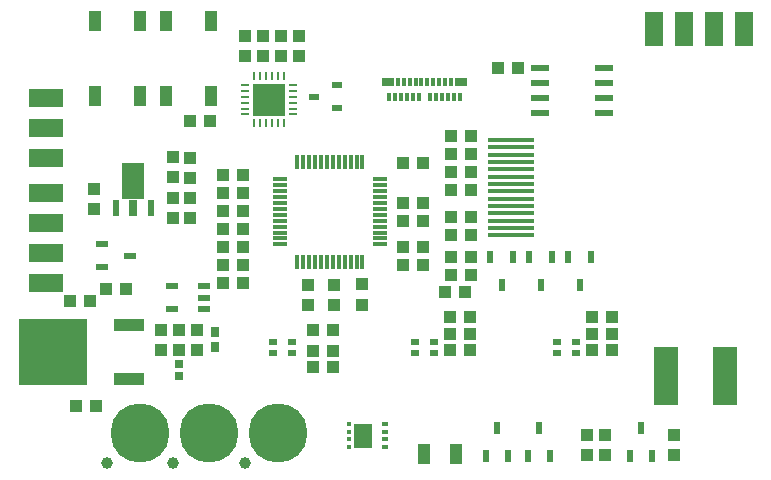
<source format=gbp>
G04*
G04 #@! TF.GenerationSoftware,Altium Limited,Altium Designer,20.1.12 (249)*
G04*
G04 Layer_Color=128*
%FSLAX25Y25*%
%MOIN*%
G70*
G04*
G04 #@! TF.SameCoordinates,5D91F948-5D34-48A5-82E7-886A0B8BAD73*
G04*
G04*
G04 #@! TF.FilePolarity,Positive*
G04*
G01*
G75*
%ADD17C,0.03937*%
%ADD19R,0.11811X0.05906*%
%ADD20R,0.04331X0.03937*%
%ADD21R,0.22835X0.22173*%
%ADD22R,0.10236X0.04173*%
%ADD23R,0.08268X0.19685*%
%ADD24R,0.02362X0.04134*%
%ADD25R,0.03150X0.01968*%
%ADD26R,0.01181X0.02756*%
%ADD27R,0.03937X0.04331*%
%ADD28R,0.04134X0.02362*%
%ADD29R,0.02500X0.02500*%
%ADD30R,0.02756X0.03543*%
%ADD31R,0.03937X0.02362*%
%ADD32R,0.04331X0.06693*%
%ADD35R,0.01181X0.01378*%
%ADD36R,0.02362X0.01378*%
%ADD37R,0.05906X0.02362*%
%ADD38R,0.03937X0.06693*%
%ADD39R,0.02165X0.05807*%
%ADD40R,0.03150X0.05807*%
%ADD41R,0.07284X0.12303*%
%ADD42R,0.03937X0.02756*%
%ADD43R,0.05906X0.11811*%
%ADD44C,0.19685*%
%ADD45R,0.03150X0.00984*%
%ADD46R,0.00984X0.03150*%
%ADD47R,0.10630X0.10630*%
%ADD48R,0.04724X0.01181*%
%ADD49R,0.01181X0.04724*%
%ADD50R,0.15748X0.01260*%
%ADD51R,0.03740X0.01968*%
%ADD89R,0.06221X0.08071*%
D17*
X78000Y5000D02*
D03*
X54000D02*
D03*
X32000D02*
D03*
D19*
X11500Y95000D02*
D03*
Y85000D02*
D03*
Y75000D02*
D03*
Y65000D02*
D03*
Y106500D02*
D03*
Y116500D02*
D03*
Y126500D02*
D03*
D20*
X146500Y73500D02*
D03*
X153193D02*
D03*
X146500Y67500D02*
D03*
X153193D02*
D03*
X144653Y62000D02*
D03*
X151347D02*
D03*
X21654Y24000D02*
D03*
X28346D02*
D03*
X26346Y59000D02*
D03*
X19654D02*
D03*
X153093Y42500D02*
D03*
X146400D02*
D03*
X200193Y48000D02*
D03*
X193500D02*
D03*
X200193Y42500D02*
D03*
X193500D02*
D03*
X200193Y53500D02*
D03*
X193500D02*
D03*
X153093D02*
D03*
X146400D02*
D03*
X153093Y48005D02*
D03*
X146400D02*
D03*
X107393Y49200D02*
D03*
X100700D02*
D03*
X107293Y36800D02*
D03*
X100600D02*
D03*
X107346Y42300D02*
D03*
X100654D02*
D03*
X77346Y71000D02*
D03*
X70653D02*
D03*
Y77000D02*
D03*
Y83000D02*
D03*
X38346Y63000D02*
D03*
X31653D02*
D03*
X77346Y65000D02*
D03*
X70653D02*
D03*
X162441Y136500D02*
D03*
X169134D02*
D03*
X130654Y91500D02*
D03*
X137346D02*
D03*
X130654Y85500D02*
D03*
X137346D02*
D03*
X130654Y71000D02*
D03*
X137346D02*
D03*
X77346Y95000D02*
D03*
X70653D02*
D03*
X70653Y101000D02*
D03*
X77346D02*
D03*
X137346Y105000D02*
D03*
X130654D02*
D03*
X137346Y77000D02*
D03*
X130654D02*
D03*
X59654Y119000D02*
D03*
X66347D02*
D03*
X70653Y89000D02*
D03*
X77346D02*
D03*
Y83000D02*
D03*
Y77000D02*
D03*
X153347Y102000D02*
D03*
X146653D02*
D03*
X153347Y96000D02*
D03*
X146653D02*
D03*
X146653Y114000D02*
D03*
X153347D02*
D03*
X146653Y108000D02*
D03*
X153347D02*
D03*
X146653Y87000D02*
D03*
X153347D02*
D03*
X153347Y81000D02*
D03*
X146653D02*
D03*
D21*
X13854Y42000D02*
D03*
D22*
X39445Y51016D02*
D03*
Y32984D02*
D03*
D23*
X237842Y33953D02*
D03*
X218157D02*
D03*
D24*
X163500Y64374D02*
D03*
X167240Y73626D02*
D03*
X159760D02*
D03*
X176500Y64374D02*
D03*
X180240Y73626D02*
D03*
X172760D02*
D03*
X189500Y64374D02*
D03*
X193240Y73626D02*
D03*
X185760D02*
D03*
X210000Y16626D02*
D03*
X206260Y7374D02*
D03*
X213740D02*
D03*
X179740D02*
D03*
X172260D02*
D03*
X176000Y16626D02*
D03*
X162000D02*
D03*
X158260Y7374D02*
D03*
X165740D02*
D03*
D25*
X181890Y41535D02*
D03*
Y45079D02*
D03*
X188189D02*
D03*
Y41535D02*
D03*
X134646D02*
D03*
Y45079D02*
D03*
X140945D02*
D03*
Y41535D02*
D03*
X87402D02*
D03*
Y45079D02*
D03*
X93701D02*
D03*
Y41535D02*
D03*
D26*
X138779Y132008D02*
D03*
X125984Y126890D02*
D03*
X127953D02*
D03*
X129921D02*
D03*
X131890D02*
D03*
X133858D02*
D03*
X135827D02*
D03*
X139764D02*
D03*
X141732D02*
D03*
X143701D02*
D03*
X145669D02*
D03*
X147638D02*
D03*
X149606D02*
D03*
X146653Y132008D02*
D03*
X144685D02*
D03*
X142717D02*
D03*
X140748D02*
D03*
X136811D02*
D03*
X134843D02*
D03*
X132874D02*
D03*
X130905D02*
D03*
X128937D02*
D03*
D27*
X54100Y106746D02*
D03*
Y100054D02*
D03*
X59600Y106647D02*
D03*
Y99954D02*
D03*
X59602Y93177D02*
D03*
Y86484D02*
D03*
X50000Y42654D02*
D03*
Y49347D02*
D03*
X56000Y49346D02*
D03*
Y42654D02*
D03*
X62000Y42654D02*
D03*
Y49347D02*
D03*
X221000Y14346D02*
D03*
Y7654D02*
D03*
X198000Y7654D02*
D03*
Y14346D02*
D03*
X192000Y14346D02*
D03*
Y7654D02*
D03*
X117041Y57710D02*
D03*
Y64403D02*
D03*
X99000Y57653D02*
D03*
Y64346D02*
D03*
X107500Y64346D02*
D03*
Y57653D02*
D03*
X27748Y89685D02*
D03*
Y96378D02*
D03*
X54100Y86554D02*
D03*
Y93247D02*
D03*
X78000Y147346D02*
D03*
Y140654D02*
D03*
X90000Y140654D02*
D03*
Y147346D02*
D03*
X96000Y147346D02*
D03*
Y140654D02*
D03*
X84000Y140654D02*
D03*
Y147346D02*
D03*
D28*
X39626Y74000D02*
D03*
X30374Y77740D02*
D03*
Y70260D02*
D03*
D29*
X56000Y37969D02*
D03*
Y34032D02*
D03*
D30*
X68000Y48559D02*
D03*
Y43441D02*
D03*
D31*
X64413Y63740D02*
D03*
Y60000D02*
D03*
Y56260D02*
D03*
X53587D02*
D03*
Y63740D02*
D03*
D32*
X148315Y8000D02*
D03*
X137685D02*
D03*
D35*
X112760Y17839D02*
D03*
Y15280D02*
D03*
Y10161D02*
D03*
Y12720D02*
D03*
D36*
X124512Y17839D02*
D03*
Y15280D02*
D03*
Y12720D02*
D03*
Y10161D02*
D03*
D37*
X176370Y121500D02*
D03*
Y126500D02*
D03*
Y131500D02*
D03*
Y136500D02*
D03*
X197630Y121500D02*
D03*
Y126500D02*
D03*
Y131500D02*
D03*
Y136500D02*
D03*
D38*
X66535Y152165D02*
D03*
X51575D02*
D03*
Y127362D02*
D03*
X66535D02*
D03*
X42913Y152165D02*
D03*
X27953D02*
D03*
Y127362D02*
D03*
X42913D02*
D03*
D39*
X34843Y89976D02*
D03*
X46654D02*
D03*
D40*
X40748D02*
D03*
D41*
Y99032D02*
D03*
D42*
X150000Y132008D02*
D03*
X125591D02*
D03*
D43*
X214252Y149606D02*
D03*
X224252D02*
D03*
X234252D02*
D03*
X244252D02*
D03*
D44*
X89000Y15000D02*
D03*
X66000D02*
D03*
X43000D02*
D03*
D45*
X93874Y128953D02*
D03*
Y130921D02*
D03*
Y125016D02*
D03*
Y123047D02*
D03*
Y126984D02*
D03*
Y121079D02*
D03*
X78126Y125016D02*
D03*
Y130921D02*
D03*
Y128953D02*
D03*
Y123047D02*
D03*
Y126984D02*
D03*
Y121079D02*
D03*
D46*
X86984Y133874D02*
D03*
X85016D02*
D03*
X90921D02*
D03*
X88953D02*
D03*
Y118126D02*
D03*
X86984D02*
D03*
X90921D02*
D03*
X81079Y133874D02*
D03*
X83047D02*
D03*
X85016Y118126D02*
D03*
X83047D02*
D03*
X81079D02*
D03*
D47*
X86000Y126000D02*
D03*
D48*
X123031Y77756D02*
D03*
Y79724D02*
D03*
Y81693D02*
D03*
Y83661D02*
D03*
Y85630D02*
D03*
Y87598D02*
D03*
Y89567D02*
D03*
Y91535D02*
D03*
Y93504D02*
D03*
Y95473D02*
D03*
Y97441D02*
D03*
Y99410D02*
D03*
X89567D02*
D03*
Y97441D02*
D03*
Y95473D02*
D03*
Y93504D02*
D03*
Y91535D02*
D03*
Y89567D02*
D03*
Y87598D02*
D03*
Y85630D02*
D03*
Y83661D02*
D03*
Y81693D02*
D03*
Y79724D02*
D03*
Y77756D02*
D03*
D49*
X117126Y105315D02*
D03*
X115157D02*
D03*
X113189D02*
D03*
X111221D02*
D03*
X109252D02*
D03*
X107283D02*
D03*
X105315D02*
D03*
X103347D02*
D03*
X101378D02*
D03*
X99409D02*
D03*
X97441D02*
D03*
X95472D02*
D03*
Y71850D02*
D03*
X97441D02*
D03*
X99409D02*
D03*
X101378D02*
D03*
X103347D02*
D03*
X105315D02*
D03*
X107283D02*
D03*
X109252D02*
D03*
X111221D02*
D03*
X113189D02*
D03*
X115157D02*
D03*
X117126D02*
D03*
D50*
X166700Y80787D02*
D03*
Y83228D02*
D03*
Y85669D02*
D03*
Y88110D02*
D03*
Y90551D02*
D03*
Y92992D02*
D03*
Y95433D02*
D03*
Y97874D02*
D03*
Y100315D02*
D03*
Y102756D02*
D03*
Y105197D02*
D03*
Y107638D02*
D03*
Y110079D02*
D03*
Y112520D02*
D03*
D51*
X108716Y130740D02*
D03*
Y123260D02*
D03*
X101000Y127000D02*
D03*
D89*
X117212Y14000D02*
D03*
M02*

</source>
